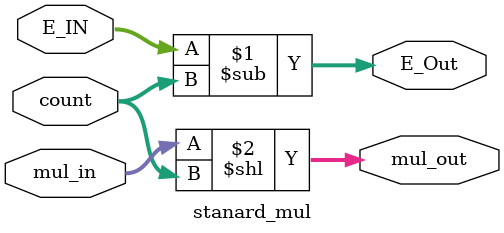
<source format=v>
module stanard_mul
(
    input   [7:0]       E_IN,
    input   [47:0]      mul_in,
    input   [5:0]       count,
    output   [7:0]       E_Out,
    output   [47:0]      mul_out
);

assign E_Out = E_IN - count;

assign mul_out = mul_in << count;

endmodule //stanard



</source>
